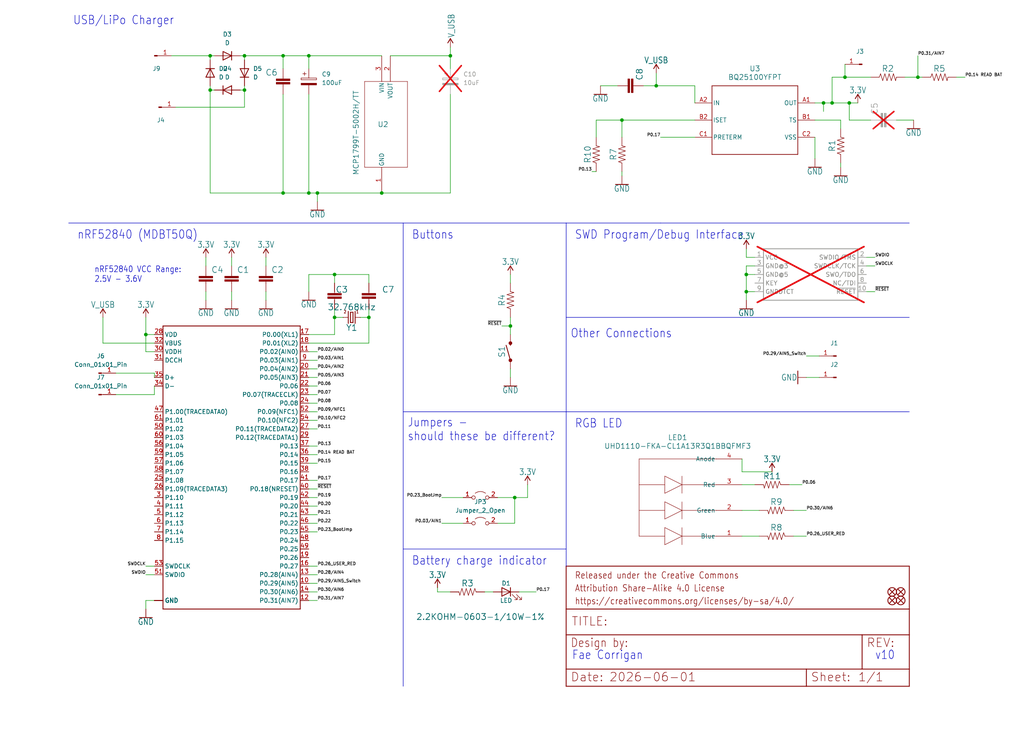
<source format=kicad_sch>
(kicad_sch (version 20230121) (generator eeschema)
  (paper "User" 303.225 223.926)
  (lib_symbols
    (symbol "2024-04-18_21-54-48:BQ25100YFPT" (pin_names (offset 0.254))
      (property "Reference" "U" (at 0 2.54 0))
      (property "Value" "BQ25100YFPT" (at 0 0 0))
      (symbol "BQ25100YFPT_0_1"
        (pin power_in line (at 17.78 5.08 180) (length 5.08) (name "OUT") (number "A1"))
        (pin power_in line (at -17.78 5.08 0) (length 5.08) (name "IN") (number "A2"))
        (pin input line (at 17.78 0 180) (length 5.08) (name "TS") (number "B1"))
        (pin input line (at -17.78 0 0) (length 5.08) (name "ISET") (number "B2"))
        (pin input line (at -17.78 -5.08 0) (length 5.08) (name "PRETERM") (number "C1"))
        (pin power_in line (at 17.78 -5.08 180) (length 5.08) (name "VSS") (number "C2"))
      )
    )
    (symbol "Connector:Conn_01x01_Pin" (pin_names (offset 1.016) hide)
      (property "Reference" "J" (at 0 2.54 0))
      (property "Value" "Conn_01x01_Pin" (at 0 -2.54 0))
      (symbol "Conn_01x01_Pin_1_1"
        (pin passive line (at 5.08 0 180) (length 3.81) (name "Pin_1") (number "1"))
      )
    )
    (symbol "Device:C_Polarized" (pin_numbers hide) (pin_names (offset 0.254))
      (property "Reference" "C" (at 0.635 2.54 0))
      (property "Value" "C_Polarized" (at 0.635 -2.54 0))
      (symbol "C_Polarized_1_1"
        (pin passive line (at 0 3.81 270) (length 2.794) (name "~") (number "1"))
        (pin passive line (at 0 -3.81 90) (length 2.794) (name "~") (number "2"))
      )
    )
    (symbol "Device:D" (pin_numbers hide) (pin_names (offset 1.016) hide)
      (property "Reference" "D" (at 0 2.54 0))
      (property "Value" "D" (at 0 -2.54 0))
      (symbol "D_1_1"
        (pin passive line (at -3.81 0 0) (length 2.54) (name "K") (number "1"))
        (pin passive line (at 3.81 0 180) (length 2.54) (name "A") (number "2"))
      )
    )
    (symbol "Device:LED" (pin_numbers hide) (pin_names (offset 1.016) hide)
      (property "Reference" "D" (at 0 2.54 0))
      (property "Value" "LED" (at 0 -2.54 0))
      (symbol "LED_1_1"
        (pin passive line (at -3.81 0 0) (length 2.54) (name "K") (number "1"))
        (pin passive line (at 3.81 0 180) (length 2.54) (name "A") (number "2"))
      )
    )
    (symbol "Jumper:Jumper_2_Open" (pin_names (offset 0) hide)
      (property "Reference" "JP" (at 0 2.794 0))
      (property "Value" "Jumper_2_Open" (at 0 -2.286 0))
      (symbol "Jumper_2_Open_1_1"
        (pin passive line (at -5.08 0 0) (length 2.54) (name "A") (number "1"))
        (pin passive line (at 5.08 0 180) (length 2.54) (name "B") (number "2"))
      )
    )
    (symbol "TouchProbeLibrary:MCP1799T-5002H_TT" (pin_names (offset 0.254))
      (property "Reference" "U" (at 20.32 10.16 0))
      (property "Value" "MCP1799T-5002H/TT" (at 20.32 7.62 0))
      (symbol "MCP1799T-5002H_TT_0_1"
        (pin power_out line (at 0 0 0) (length 7.62) (name "GND") (number "1"))
        (pin output line (at 40.64 -2.54 180) (length 7.62) (name "VOUT") (number "2"))
        (pin power_in line (at 40.64 0 180) (length 7.62) (name "VIN") (number "3"))
      )
    )
    (symbol "nrf52840-breakout-mdbt50q-eagle-import:0.1UF-0603-25V-(+80/-20%)"
      (property "Reference" "C" (at 1.524 2.921 0))
      (symbol "0.1UF-0603-25V-(+80/-20%)_1_0"
        (pin passive line (at 0 5.08 270) (length 2.54) (name "1") (number "1"))
        (pin passive line (at 0 -2.54 90) (length 2.54) (name "2") (number "2"))
      )
    )
    (symbol "nrf52840-breakout-mdbt50q-eagle-import:10KOHM-0603-1/10W-1%"
      (property "Reference" "R" (at 0 1.524 0))
      (symbol "10KOHM-0603-1/10W-1%_1_0"
        (pin passive line (at -5.08 0 0) (length 2.54) (name "1") (number "1"))
        (pin passive line (at 5.08 0 180) (length 2.54) (name "2") (number "2"))
      )
    )
    (symbol "nrf52840-breakout-mdbt50q-eagle-import:10UF-0603-6.3V-20%"
      (property "Reference" "C" (at 1.524 2.921 0))
      (symbol "10UF-0603-6.3V-20%_1_0"
        (pin passive line (at 0 5.08 270) (length 2.54) (name "1") (number "1"))
        (pin passive line (at 0 -2.54 90) (length 2.54) (name "2") (number "2"))
      )
    )
    (symbol "nrf52840-breakout-mdbt50q-eagle-import:15PF-0603-50V-5%"
      (property "Reference" "C" (at 1.524 2.921 0))
      (symbol "15PF-0603-50V-5%_1_0"
        (pin passive line (at 0 5.08 270) (length 2.54) (name "1") (number "1"))
        (pin passive line (at 0 -2.54 90) (length 2.54) (name "2") (number "2"))
      )
    )
    (symbol "nrf52840-breakout-mdbt50q-eagle-import:1KOHM-0603-1/10W-1%"
      (property "Reference" "R" (at 0 1.524 0))
      (symbol "1KOHM-0603-1/10W-1%_1_0"
        (pin passive line (at -5.08 0 0) (length 2.54) (name "1") (number "1"))
        (pin passive line (at 5.08 0 180) (length 2.54) (name "2") (number "2"))
      )
    )
    (symbol "nrf52840-breakout-mdbt50q-eagle-import:2.0KOHM-0603-1/10W-5%"
      (property "Reference" "R" (at 0 1.524 0))
      (symbol "2.0KOHM-0603-1/10W-5%_1_0"
        (pin passive line (at -5.08 0 0) (length 2.54) (name "1") (number "1"))
        (pin passive line (at 5.08 0 180) (length 2.54) (name "2") (number "2"))
      )
    )
    (symbol "nrf52840-breakout-mdbt50q-eagle-import:3.3V" (power)
      (property "Value" "3.3V" (at 0 2.794 0))
      (symbol "3.3V_1_0"
        (pin power_in line (at 0 0 90) (length 2.54) (name "3.3V") (number "1"))
      )
    )
    (symbol "nrf52840-breakout-mdbt50q-eagle-import:4.7UF-0603-6.3V-(10%)"
      (property "Reference" "C" (at 1.524 2.921 0))
      (symbol "4.7UF-0603-6.3V-(10%)_1_0"
        (pin passive line (at 0 5.08 270) (length 2.54) (name "1") (number "1"))
        (pin passive line (at 0 -2.54 90) (length 2.54) (name "2") (number "2"))
      )
    )
    (symbol "nrf52840-breakout-mdbt50q-eagle-import:CORTEX_DEBUG_PTH"
      (symbol "CORTEX_DEBUG_PTH_1_0"
        (pin bidirectional line (at -15.24 5.08 0) (length 2.54) (name "VCC") (number "1"))
        (pin bidirectional line (at 17.78 -5.08 180) (length 2.54) (name "~{RESET}") (number "10"))
        (pin bidirectional line (at 17.78 5.08 180) (length 2.54) (name "SWDIO/TMS") (number "2"))
        (pin bidirectional line (at -15.24 2.54 0) (length 2.54) (name "GND@3") (number "3"))
        (pin bidirectional line (at 17.78 2.54 180) (length 2.54) (name "SWDCLK/TCK") (number "4"))
        (pin bidirectional line (at -15.24 0 0) (length 2.54) (name "GND@5") (number "5"))
        (pin bidirectional line (at 17.78 0 180) (length 2.54) (name "SWO/TDO") (number "6"))
        (pin bidirectional line (at -15.24 -2.54 0) (length 2.54) (name "KEY") (number "7"))
        (pin bidirectional line (at 17.78 -2.54 180) (length 2.54) (name "NC/TDI") (number "8"))
        (pin bidirectional line (at -15.24 -5.08 0) (length 2.54) (name "GNDDTCT") (number "9"))
      )
    )
    (symbol "nrf52840-breakout-mdbt50q-eagle-import:CRYSTAL-32.768KHZSMD-3.2X1.5"
      (property "Reference" "Y" (at 0 2.032 0))
      (symbol "CRYSTAL-32.768KHZSMD-3.2X1.5_1_0"
        (text "1" (at -2.159 -1.143 0) (effects (font (size 0.8636 0.734)) (justify left bottom)))
        (text "2" (at 1.524 -1.143 0) (effects (font (size 0.8636 0.734)) (justify left bottom)))
        (pin passive line (at -2.54 0 0) (length 0) (name "1") (number "P$1"))
        (pin passive line (at 2.54 0 180) (length 0) (name "2") (number "P$2"))
      )
    )
    (symbol "nrf52840-breakout-mdbt50q-eagle-import:FIDUCIALUFIDUCIAL")
    (symbol "nrf52840-breakout-mdbt50q-eagle-import:FRAME-LETTER"
      (symbol "FRAME-LETTER_2_0"
        (text "${#}/${##}" (at 86.36 1.27 0) (effects (font (size 2.54 2.54)) (justify left bottom)))
        (text "${CURRENT_DATE}" (at 12.7 1.27 0) (effects (font (size 2.54 2.54)) (justify left bottom)))
        (text "${PROJECTNAME}" (at 15.494 17.78 0) (effects (font (size 2.7432 2.7432)) (justify left bottom)))
        (text "Attribution Share-Alike 4.0 License" (at 2.54 27.94 0) (effects (font (size 1.9304 1.6408)) (justify left bottom)))
        (text "Date:" (at 1.27 1.27 0) (effects (font (size 2.54 2.54)) (justify left bottom)))
        (text "Design by:" (at 1.27 11.43 0) (effects (font (size 2.54 2.159)) (justify left bottom)))
        (text "https://creativecommons.org/licenses/by-sa/4.0/" (at 2.54 24.13 0) (effects (font (size 1.9304 1.6408)) (justify left bottom)))
        (text "Released under the Creative Commons" (at 2.54 31.75 0) (effects (font (size 1.9304 1.6408)) (justify left bottom)))
        (text "REV:" (at 88.9 11.43 0) (effects (font (size 2.54 2.54)) (justify left bottom)))
        (text "Sheet:" (at 72.39 1.27 0) (effects (font (size 2.54 2.54)) (justify left bottom)))
        (text "TITLE:" (at 1.524 17.78 0) (effects (font (size 2.54 2.54)) (justify left bottom)))
      )
    )
    (symbol "nrf52840-breakout-mdbt50q-eagle-import:GND" (power)
      (property "Value" "GND" (at 0 -0.254 0))
      (symbol "GND_1_0"
        (pin power_in line (at 0 2.54 270) (length 2.54) (name "GND") (number "1"))
      )
    )
    (symbol "nrf52840-breakout-mdbt50q-eagle-import:MDBT50Q"
      (symbol "MDBT50Q_1_0"
        (pin bidirectional line (at -22.86 -43.18 0) (length 2.54) (name "GND") (number "1"))
        (pin bidirectional line (at 22.86 -38.1 180) (length 2.54) (name "P0.29(AIN5)") (number "10"))
        (pin bidirectional line (at 22.86 30.48 180) (length 2.54) (name "P0.02(AIN0)") (number "11"))
        (pin bidirectional line (at 22.86 -43.18 180) (length 2.54) (name "P0.31(AIN7)") (number "12"))
        (pin bidirectional line (at 22.86 -35.56 180) (length 2.54) (name "P0.28(AIN4)") (number "13"))
        (pin bidirectional line (at 22.86 -40.64 180) (length 2.54) (name "P0.30(AIN6)") (number "14"))
        (pin bidirectional line (at -22.86 -43.18 0) (length 2.54) (name "GND") (number "15"))
        (pin bidirectional line (at 22.86 -33.02 180) (length 2.54) (name "P0.27") (number "16"))
        (pin bidirectional line (at 22.86 35.56 180) (length 2.54) (name "P0.00(XL1)") (number "17"))
        (pin bidirectional line (at 22.86 33.02 180) (length 2.54) (name "P0.01(XL2)") (number "18"))
        (pin bidirectional line (at 22.86 -30.48 180) (length 2.54) (name "P0.26") (number "19"))
        (pin bidirectional line (at -22.86 -43.18 0) (length 2.54) (name "GND") (number "2"))
        (pin bidirectional line (at 22.86 25.4 180) (length 2.54) (name "P0.04(AIN2)") (number "20"))
        (pin bidirectional line (at 22.86 22.86 180) (length 2.54) (name "P0.05(AIN3)") (number "21"))
        (pin bidirectional line (at 22.86 20.32 180) (length 2.54) (name "P0.06") (number "22"))
        (pin bidirectional line (at 22.86 17.78 180) (length 2.54) (name "P0.07(TRACECLK)") (number "23"))
        (pin bidirectional line (at 22.86 15.24 180) (length 2.54) (name "P0.08") (number "24"))
        (pin bidirectional line (at -22.86 -7.62 0) (length 2.54) (name "P1.08") (number "25"))
        (pin bidirectional line (at -22.86 -10.16 0) (length 2.54) (name "P1.09(TRACEDATA3)") (number "26"))
        (pin bidirectional line (at 22.86 7.62 180) (length 2.54) (name "P0.11(TRACEDATA2)") (number "27"))
        (pin bidirectional line (at -22.86 35.56 0) (length 2.54) (name "VDD") (number "28"))
        (pin bidirectional line (at 22.86 5.08 180) (length 2.54) (name "P0.12(TRACEDATA1)") (number "29"))
        (pin bidirectional line (at -22.86 -12.7 0) (length 2.54) (name "P1.10") (number "3"))
        (pin bidirectional line (at -22.86 30.48 0) (length 2.54) (name "VDDH") (number "30"))
        (pin bidirectional line (at -22.86 27.94 0) (length 2.54) (name "DCCH") (number "31"))
        (pin bidirectional line (at -22.86 33.02 0) (length 2.54) (name "VBUS") (number "32"))
        (pin bidirectional line (at -22.86 -43.18 0) (length 2.54) (name "GND") (number "33"))
        (pin bidirectional line (at -22.86 20.32 0) (length 2.54) (name "D-") (number "34"))
        (pin bidirectional line (at -22.86 22.86 0) (length 2.54) (name "D+") (number "35"))
        (pin bidirectional line (at 22.86 0 180) (length 2.54) (name "P0.14") (number "36"))
        (pin bidirectional line (at 22.86 2.54 180) (length 2.54) (name "P0.13") (number "37"))
        (pin bidirectional line (at 22.86 -5.08 180) (length 2.54) (name "P0.16") (number "38"))
        (pin bidirectional line (at 22.86 -2.54 180) (length 2.54) (name "P0.15") (number "39"))
        (pin bidirectional line (at -22.86 -15.24 0) (length 2.54) (name "P1.11") (number "4"))
        (pin bidirectional line (at 22.86 -10.16 180) (length 2.54) (name "P0.18(NRESET)") (number "40"))
        (pin bidirectional line (at 22.86 -7.62 180) (length 2.54) (name "P0.17") (number "41"))
        (pin bidirectional line (at 22.86 -12.7 180) (length 2.54) (name "P0.19") (number "42"))
        (pin bidirectional line (at 22.86 -17.78 180) (length 2.54) (name "P0.21") (number "43"))
        (pin bidirectional line (at 22.86 -15.24 180) (length 2.54) (name "P0.20") (number "44"))
        (pin bidirectional line (at 22.86 -22.86 180) (length 2.54) (name "P0.23") (number "45"))
        (pin bidirectional line (at 22.86 -20.32 180) (length 2.54) (name "P0.22") (number "46"))
        (pin bidirectional line (at -22.86 12.7 0) (length 2.54) (name "P1.00(TRACEDATA0)") (number "47"))
        (pin bidirectional line (at 22.86 -25.4 180) (length 2.54) (name "P0.24") (number "48"))
        (pin bidirectional line (at 22.86 -27.94 180) (length 2.54) (name "P0.25") (number "49"))
        (pin bidirectional line (at -22.86 -17.78 0) (length 2.54) (name "P1.12") (number "5"))
        (pin bidirectional line (at -22.86 7.62 0) (length 2.54) (name "P1.02") (number "50"))
        (pin bidirectional line (at -22.86 -35.56 0) (length 2.54) (name "SWDIO") (number "51"))
        (pin bidirectional line (at 22.86 12.7 180) (length 2.54) (name "P0.09(NFC1)") (number "52"))
        (pin bidirectional line (at -22.86 -33.02 0) (length 2.54) (name "SWDCLK") (number "53"))
        (pin bidirectional line (at 22.86 10.16 180) (length 2.54) (name "P0.10(NFC2)") (number "54"))
        (pin bidirectional line (at -22.86 -43.18 0) (length 2.54) (name "GND") (number "55"))
        (pin bidirectional line (at -22.86 2.54 0) (length 2.54) (name "P1.04") (number "56"))
        (pin bidirectional line (at -22.86 -2.54 0) (length 2.54) (name "P1.06") (number "57"))
        (pin bidirectional line (at -22.86 -5.08 0) (length 2.54) (name "P1.07") (number "58"))
        (pin bidirectional line (at -22.86 0 0) (length 2.54) (name "P1.05") (number "59"))
        (pin bidirectional line (at -22.86 -20.32 0) (length 2.54) (name "P1.13") (number "6"))
        (pin bidirectional line (at -22.86 5.08 0) (length 2.54) (name "P1.03") (number "60"))
        (pin bidirectional line (at -22.86 10.16 0) (length 2.54) (name "P1.01") (number "61"))
        (pin bidirectional line (at -22.86 -22.86 0) (length 2.54) (name "P1.14") (number "7"))
        (pin bidirectional line (at -22.86 -25.4 0) (length 2.54) (name "P1.15") (number "8"))
        (pin bidirectional line (at 22.86 27.94 180) (length 2.54) (name "P0.03(AIN1)") (number "9"))
      )
    )
    (symbol "nrf52840-breakout-mdbt50q-eagle-import:MOMENTARY-SWITCH-SPST-SMD-RIGHT-ANGLE"
      (property "Reference" "S" (at 0 1.524 0))
      (symbol "MOMENTARY-SWITCH-SPST-SMD-RIGHT-ANGLE_1_0"
        (pin passive line (at -5.08 0 0) (length 2.54) (name "1") (number "1"))
        (pin passive line (at 5.08 0 180) (length 2.54) (name "2") (number "2"))
      )
    )
    (symbol "nrf52840-breakout-mdbt50q-eagle-import:V_USB" (power)
      (property "Value" "V_USB" (at 0 2.794 0))
      (symbol "V_USB_1_0"
        (pin power_in line (at 0 0 90) (length 2.54) (name "V_USB") (number "1"))
      )
    )
    (symbol "smallSMDRGBLED:UHD1110-FKA-CL1A13R3Q1BBQFMF3" (pin_names (offset 0.254))
      (property "Reference" "LED" (at 20.32 10.16 0))
      (property "Value" "UHD1110-FKA-CL1A13R3Q1BBQFMF3" (at 20.32 7.62 0))
      (symbol "UHD1110-FKA-CL1A13R3Q1BBQFMF3_0_1"
        (pin unspecified line (at 0 0 0) (length 7.62) (name "Blue") (number "1"))
        (pin unspecified line (at 0 -7.62 0) (length 7.62) (name "Green") (number "2"))
        (pin unspecified line (at 0 -15.24 0) (length 7.62) (name "Red") (number "3"))
        (pin unspecified line (at 0 -22.86 0) (length 7.62) (name "Anode") (number "4"))
      )
    )
  )
  (junction (at 152.4 147.32))
  (junction (at 109.22 93.98))
  (junction (at 220.98 81.28))
  (junction (at 271.78 22.86))
  (junction (at 83.82 57.15))
  (junction (at 151.13 96.52))
  (junction (at 72.39 16.51))
  (junction (at 194.31 25.4))
  (junction (at 246.38 30.48))
  (junction (at 184.15 35.56))
  (junction (at 243.84 30.48))
  (junction (at 91.44 16.51))
  (junction (at 62.23 26.67))
  (junction (at 43.18 99.06))
  (junction (at 113.03 57.15))
  (junction (at 133.35 16.51))
  (junction (at 220.98 86.36))
  (junction (at 62.23 16.51))
  (junction (at 99.06 93.98))
  (junction (at 93.98 57.15))
  (junction (at 91.44 57.15))
  (junction (at 83.82 16.51))
  (junction (at 251.46 30.48))
  (junction (at 250.19 22.86))
  (junction (at 72.39 26.67))
  (junction (at 99.06 81.28))
  (wire (pts (xy 91.44 132.08) (xy 93.98 132.08)) (stroke (width 0.1524)))
  (wire (pts (xy 257.81 35.56) (xy 251.46 35.56)))
  (wire (pts (xy 250.19 19.05) (xy 250.19 22.86)))
  (wire (pts (xy 248.92 35.56) (xy 248.92 38.1)))
  (wire (pts (xy 91.44 116.84) (xy 93.98 116.84)) (stroke (width 0.1524)))
  (wire (pts (xy 91.44 16.51) (xy 113.03 16.51)))
  (wire (pts (xy 71.12 16.51) (xy 72.39 16.51)))
  (polyline (pts (xy 167.64 121.92) (xy 119.38 121.92)) (stroke (width 0.1524) (type solid)))
  (wire (pts (xy 91.44 124.46) (xy 93.98 124.46)) (stroke (width 0.1524)))
  (wire (pts (xy 91.44 175.26) (xy 93.98 175.26)) (stroke (width 0.1524)))
  (wire (pts (xy 241.3 40.64) (xy 241.3 46.99)))
  (wire (pts (xy 151.13 111.76) (xy 151.13 109.22)) (stroke (width 0.1524)))
  (wire (pts (xy 83.82 20.32) (xy 83.82 16.51)))
  (wire (pts (xy 220.98 76.2) (xy 220.98 73.66)) (stroke (width 0.1524)))
  (wire (pts (xy 99.06 93.98) (xy 99.06 91.44)) (stroke (width 0.1524)))
  (wire (pts (xy 91.44 121.92) (xy 93.98 121.92)) (stroke (width 0.1524)))
  (polyline (pts (xy 167.64 167.64) (xy 167.64 162.56)) (stroke (width 0.1524) (type solid)))
  (wire (pts (xy 223.52 81.28) (xy 220.98 81.28)) (stroke (width 0.1524)))
  (wire (pts (xy 43.18 177.8) (xy 43.18 180.34)) (stroke (width 0.1524)))
  (wire (pts (xy 115.57 16.51) (xy 133.35 16.51)))
  (wire (pts (xy 220.98 78.74) (xy 220.98 81.28)) (stroke (width 0.1524)))
  (wire (pts (xy 241.3 35.56) (xy 248.92 35.56)))
  (wire (pts (xy 133.35 27.94) (xy 133.35 57.15)))
  (wire (pts (xy 129.54 173.99) (xy 129.54 175.26)))
  (wire (pts (xy 91.44 16.51) (xy 83.82 16.51)))
  (wire (pts (xy 91.44 154.94) (xy 93.98 154.94)) (stroke (width 0.1524)))
  (polyline (pts (xy 167.64 93.98) (xy 269.24 93.98)) (stroke (width 0.1524) (type solid)))
  (wire (pts (xy 45.72 116.84) (xy 34.29 116.84)))
  (wire (pts (xy 71.12 26.67) (xy 72.39 26.67)))
  (wire (pts (xy 219.71 158.75) (xy 224.79 158.75)))
  (wire (pts (xy 30.48 101.6) (xy 30.48 93.98)) (stroke (width 0.1524)))
  (wire (pts (xy 91.44 57.15) (xy 83.82 57.15)))
  (wire (pts (xy 93.98 57.15) (xy 113.03 57.15)))
  (wire (pts (xy 83.82 27.94) (xy 83.82 57.15)))
  (wire (pts (xy 45.72 99.06) (xy 43.18 99.06)) (stroke (width 0.1524)))
  (wire (pts (xy 91.44 144.78) (xy 93.98 144.78)) (stroke (width 0.1524)))
  (polyline (pts (xy 119.38 203.2) (xy 119.38 162.56)) (stroke (width 0.1524) (type solid)))
  (wire (pts (xy 194.31 21.59) (xy 194.31 25.4)))
  (wire (pts (xy 194.31 25.4) (xy 190.5 25.4)))
  (wire (pts (xy 152.4 147.32) (xy 156.21 147.32)))
  (polyline (pts (xy 195.58 66.04) (xy 269.24 66.04)) (stroke (width 0.1524) (type solid)))
  (wire (pts (xy 45.72 101.6) (xy 30.48 101.6)) (stroke (width 0.1524)))
  (wire (pts (xy 283.21 22.86) (xy 285.75 22.86)))
  (wire (pts (xy 99.06 99.06) (xy 99.06 93.98)) (stroke (width 0.1524)))
  (wire (pts (xy 246.38 22.86) (xy 246.38 30.48)))
  (wire (pts (xy 99.06 83.82) (xy 99.06 81.28)) (stroke (width 0.1524)))
  (wire (pts (xy 91.44 127) (xy 93.98 127)) (stroke (width 0.1524)))
  (wire (pts (xy 133.35 16.51) (xy 133.35 13.97)))
  (wire (pts (xy 219.71 151.13) (xy 224.79 151.13)))
  (wire (pts (xy 91.44 20.32) (xy 91.44 16.51)))
  (wire (pts (xy 83.82 16.51) (xy 72.39 16.51)))
  (wire (pts (xy 109.22 93.98) (xy 109.22 91.44)) (stroke (width 0.1524)))
  (wire (pts (xy 91.44 177.8) (xy 93.98 177.8)) (stroke (width 0.1524)))
  (wire (pts (xy 52.07 31.75) (xy 72.39 31.75)))
  (wire (pts (xy 234.95 158.75) (xy 238.76 158.75)))
  (wire (pts (xy 233.68 143.51) (xy 237.49 143.51)))
  (wire (pts (xy 147.32 147.32) (xy 152.4 147.32)))
  (wire (pts (xy 91.44 111.76) (xy 93.98 111.76)) (stroke (width 0.1524)))
  (wire (pts (xy 91.44 101.6) (xy 109.22 101.6)) (stroke (width 0.1524)))
  (wire (pts (xy 109.22 83.82) (xy 109.22 81.28)) (stroke (width 0.1524)))
  (wire (pts (xy 176.53 40.64) (xy 176.53 35.56)))
  (wire (pts (xy 62.23 57.15) (xy 83.82 57.15)))
  (wire (pts (xy 129.54 175.26) (xy 133.35 175.26)))
  (wire (pts (xy 156.21 147.32) (xy 156.21 143.51)))
  (wire (pts (xy 248.92 48.26) (xy 248.92 49.53)))
  (wire (pts (xy 109.22 101.6) (xy 109.22 93.98)) (stroke (width 0.1524)))
  (wire (pts (xy 91.44 109.22) (xy 93.98 109.22)) (stroke (width 0.1524)))
  (wire (pts (xy 113.03 57.15) (xy 133.35 57.15)))
  (wire (pts (xy 256.54 86.36) (xy 259.08 86.36)) (stroke (width 0.1524)))
  (wire (pts (xy 109.22 81.28) (xy 99.06 81.28)) (stroke (width 0.1524)))
  (wire (pts (xy 220.98 81.28) (xy 220.98 86.36)) (stroke (width 0.1524)))
  (wire (pts (xy 68.58 76.2) (xy 68.58 78.74)) (stroke (width 0.1524)))
  (wire (pts (xy 62.23 16.51) (xy 63.5 16.51)))
  (wire (pts (xy 62.23 25.4) (xy 62.23 26.67)))
  (wire (pts (xy 91.44 27.94) (xy 91.44 57.15)))
  (wire (pts (xy 182.88 25.4) (xy 177.8 25.4)))
  (wire (pts (xy 45.72 116.84) (xy 45.72 114.3)))
  (polyline (pts (xy 167.64 121.92) (xy 269.24 121.92)) (stroke (width 0.1524) (type solid)))
  (wire (pts (xy 250.19 22.86) (xy 246.38 22.86)))
  (wire (pts (xy 43.18 104.14) (xy 43.18 99.06)) (stroke (width 0.1524)))
  (wire (pts (xy 91.44 157.48) (xy 93.98 157.48)) (stroke (width 0.1524)))
  (wire (pts (xy 50.8 16.51) (xy 62.23 16.51)))
  (wire (pts (xy 45.72 110.49) (xy 45.72 111.76)))
  (wire (pts (xy 219.71 135.89) (xy 219.71 139.7)))
  (wire (pts (xy 45.72 104.14) (xy 43.18 104.14)) (stroke (width 0.1524)))
  (wire (pts (xy 91.44 167.64) (xy 93.98 167.64)))
  (wire (pts (xy 91.44 149.86) (xy 93.98 149.86)) (stroke (width 0.1524)))
  (wire (pts (xy 265.43 35.56) (xy 270.51 35.56)))
  (wire (pts (xy 91.44 119.38) (xy 93.98 119.38)) (stroke (width 0.1524)))
  (wire (pts (xy 93.98 57.15) (xy 93.98 59.69)))
  (wire (pts (xy 91.44 142.24) (xy 93.98 142.24)) (stroke (width 0.1524)))
  (wire (pts (xy 184.15 35.56) (xy 205.74 35.56)))
  (wire (pts (xy 72.39 16.51) (xy 72.39 17.78)))
  (wire (pts (xy 91.44 99.06) (xy 99.06 99.06)) (stroke (width 0.1524)))
  (wire (pts (xy 238.76 105.41) (xy 242.57 105.41)))
  (wire (pts (xy 195.58 40.64) (xy 205.74 40.64)))
  (wire (pts (xy 91.44 106.68) (xy 93.98 106.68)) (stroke (width 0.1524)))
  (wire (pts (xy 267.97 22.86) (xy 271.78 22.86)))
  (wire (pts (xy 241.3 30.48) (xy 243.84 30.48)))
  (wire (pts (xy 91.44 152.4) (xy 93.98 152.4)) (stroke (width 0.1524)))
  (wire (pts (xy 91.44 172.72) (xy 93.98 172.72)) (stroke (width 0.1524)))
  (wire (pts (xy 60.96 88.9) (xy 60.96 86.36)) (stroke (width 0.1524)))
  (wire (pts (xy 45.72 167.64) (xy 43.18 167.64)) (stroke (width 0.1524)))
  (wire (pts (xy 151.13 93.98) (xy 151.13 96.52)) (stroke (width 0.1524)))
  (wire (pts (xy 176.53 35.56) (xy 184.15 35.56)))
  (polyline (pts (xy 119.38 121.92) (xy 119.38 66.04)) (stroke (width 0.1524) (type solid)))
  (wire (pts (xy 91.44 134.62) (xy 93.98 134.62)))
  (wire (pts (xy 130.81 154.94) (xy 137.16 154.94)))
  (wire (pts (xy 184.15 35.56) (xy 184.15 40.64)))
  (polyline (pts (xy 119.38 162.56) (xy 119.38 121.92)) (stroke (width 0.1524) (type solid)))
  (wire (pts (xy 62.23 26.67) (xy 63.5 26.67)))
  (wire (pts (xy 91.44 170.18) (xy 93.98 170.18)) (stroke (width 0.1524)))
  (wire (pts (xy 99.06 81.28) (xy 91.44 81.28)) (stroke (width 0.1524)))
  (wire (pts (xy 184.15 50.8) (xy 184.15 52.07)))
  (wire (pts (xy 223.52 78.74) (xy 220.98 78.74)) (stroke (width 0.1524)))
  (wire (pts (xy 62.23 26.67) (xy 62.23 57.15)))
  (polyline (pts (xy 167.64 162.56) (xy 167.64 121.92)) (stroke (width 0.1524) (type solid)))
  (polyline (pts (xy 167.64 66.04) (xy 195.58 66.04)) (stroke (width 0.1524) (type solid)))
  (wire (pts (xy 246.38 30.48) (xy 251.46 30.48)))
  (wire (pts (xy 205.74 30.48) (xy 205.74 25.4)))
  (wire (pts (xy 91.44 114.3) (xy 93.98 114.3)) (stroke (width 0.1524)))
  (wire (pts (xy 271.78 22.86) (xy 271.78 16.51)))
  (wire (pts (xy 251.46 35.56) (xy 251.46 30.48)))
  (wire (pts (xy 153.67 175.26) (xy 158.75 175.26)))
  (wire (pts (xy 91.44 137.16) (xy 93.98 137.16)) (stroke (width 0.1524)))
  (wire (pts (xy 106.68 93.98) (xy 109.22 93.98)) (stroke (width 0.1524)))
  (wire (pts (xy 219.71 139.7) (xy 228.6 139.7)))
  (wire (pts (xy 45.72 170.18) (xy 43.18 170.18)) (stroke (width 0.1524)))
  (wire (pts (xy 257.81 22.86) (xy 250.19 22.86)))
  (wire (pts (xy 68.58 88.9) (xy 68.58 86.36)) (stroke (width 0.1524)))
  (wire (pts (xy 219.71 143.51) (xy 223.52 143.51)))
  (wire (pts (xy 60.96 76.2) (xy 60.96 78.74)) (stroke (width 0.1524)))
  (wire (pts (xy 91.44 86.36) (xy 91.44 81.28)) (stroke (width 0.1524)))
  (wire (pts (xy 91.44 147.32) (xy 93.98 147.32)) (stroke (width 0.1524)))
  (wire (pts (xy 152.4 147.32) (xy 152.4 154.94)))
  (wire (pts (xy 243.84 30.48) (xy 246.38 30.48)))
  (wire (pts (xy 143.51 175.26) (xy 146.05 175.26)) (stroke (width 0.1524)))
  (wire (pts (xy 256.54 76.2) (xy 259.08 76.2)) (stroke (width 0.1524)))
  (wire (pts (xy 151.13 96.52) (xy 151.13 99.06)) (stroke (width 0.1524)))
  (wire (pts (xy 220.98 86.36) (xy 220.98 88.9)) (stroke (width 0.1524)))
  (polyline (pts (xy 167.64 93.98) (xy 167.64 66.04)) (stroke (width 0.1524) (type solid)))
  (wire (pts (xy 256.54 78.74) (xy 259.08 78.74)) (stroke (width 0.1524)))
  (wire (pts (xy 130.81 147.32) (xy 137.16 147.32)))
  (wire (pts (xy 234.95 151.13) (xy 238.76 151.13)))
  (wire (pts (xy 43.18 99.06) (xy 43.18 93.98)) (stroke (width 0.1524)))
  (wire (pts (xy 62.23 17.78) (xy 62.23 16.51)))
  (wire (pts (xy 78.74 76.2) (xy 78.74 78.74)) (stroke (width 0.1524)))
  (wire (pts (xy 147.32 154.94) (xy 152.4 154.94)))
  (polyline (pts (xy 20.32 66.04) (xy 167.64 66.04)) (stroke (width 0.1524) (type solid)))
  (wire (pts (xy 151.13 96.52) (xy 148.59 96.52)) (stroke (width 0.1524)))
  (wire (pts (xy 205.74 25.4) (xy 194.31 25.4)))
  (wire (pts (xy 151.13 83.82) (xy 151.13 81.28)) (stroke (width 0.1524)))
  (wire (pts (xy 78.74 88.9) (xy 78.74 86.36)) (stroke (width 0.1524)))
  (wire (pts (xy 223.52 76.2) (xy 220.98 76.2)) (stroke (width 0.1524)))
  (wire (pts (xy 72.39 26.67) (xy 72.39 31.75)))
  (wire (pts (xy 34.29 110.49) (xy 45.72 110.49)))
  (wire (pts (xy 175.26 50.8) (xy 176.53 50.8)))
  (wire (pts (xy 72.39 26.67) (xy 72.39 25.4)))
  (polyline (pts (xy 167.64 121.92) (xy 167.64 93.98)) (stroke (width 0.1524) (type solid)))
  (wire (pts (xy 223.52 86.36) (xy 220.98 86.36)) (stroke (width 0.1524)))
  (wire (pts (xy 271.78 22.86) (xy 273.05 22.86)))
  (wire (pts (xy 91.44 57.15) (xy 93.98 57.15)))
  (wire (pts (xy 251.46 30.48) (xy 254 30.48)))
  (wire (pts (xy 91.44 104.14) (xy 93.98 104.14)) (stroke (width 0.1524)))
  (wire (pts (xy 238.76 111.76) (xy 242.57 111.76)))
  (wire (pts (xy 45.72 177.8) (xy 43.18 177.8)) (stroke (width 0.1524)))
  (wire (pts (xy 101.6 93.98) (xy 99.06 93.98)) (stroke (width 0.1524)))
  (wire (pts (xy 133.35 16.51) (xy 133.35 20.32)))
  (polyline (pts (xy 167.64 162.56) (xy 119.38 162.56)) (stroke (width 0.1524) (type solid)))
  (wire (pts (xy 243.84 33.02) (xy 243.84 30.48)))
  (text "Fae Corrigan" (at 190.5 195.58 0) (effects (font (size 2.54 2.159)) (justify right bottom)))
  (text "nRF52840 VCC Range:\n2.5V - 3.6V" (at 27.94 83.82 0) (effects (font (size 1.778 1.5113)) (justify left bottom)))
  (text "SWD Program/Debug Interface" (at 170.18 71.12 0) (effects (font (size 2.54 2.159)) (justify left bottom)))
  (text "RGB LED" (at 170.18 127 0) (effects (font (size 2.54 2.159)) (justify left bottom)))
  (text "USB/LiPo Charger" (at 21.59 7.62 0) (effects (font (size 2.54 2.159)) (justify left bottom)))
  (text "Battery charge indicator" (at 121.92 167.64 0) (effects (font (size 2.54 2.159)) (justify left bottom)))
  (text "v10" (at 259.08 195.58 0) (effects (font (size 2.54 2.159)) (justify left bottom)))
  (text "nRF52840 (MDBT50Q)" (at 22.86 71.12 0) (effects (font (size 2.54 2.159)) (justify left bottom)))
  (text "Buttons" (at 121.92 71.12 0) (effects (font (size 2.54 2.159)) (justify left bottom)))
  (text "Jumpers - \nshould these be different?\n" (at 120.65 130.81 0) (effects (font (size 2.54 2.159)) (justify left bottom)))
  (text "Other Connections" (at 168.91 100.33 0) (effects (font (size 2.54 2.159)) (justify left bottom)))
  (label "~{RESET}" (at 93.98 144.78 0) (effects (font (size 0.889 0.889))))
  (label "P0.11" (at 93.98 127 0) (effects (font (size 0.889 0.889))))
  (label "SWDIO" (at 43.18 170.18 180) (effects (font (size 0.889 0.889))))
  (label "P0.31/AIN7" (at 93.98 177.8 0) (effects (font (size 0.889 0.889))))
  (label "P0.30/AIN6" (at 238.76 151.13 0) (effects (font (size 0.889 0.889))))
  (label "SWDIO" (at 259.08 76.2 0) (effects (font (size 0.889 0.889))))
  (label "~{RESET}" (at 148.59 96.52 180) (effects (font (size 0.889 0.889))))
  (label "P0.09/NFC1" (at 93.98 121.92 0) (effects (font (size 0.889 0.889))))
  (label "P0.17" (at 195.58 40.64 180) (effects (font (size 0.889 0.889))))
  (label "P0.05/AIN3" (at 93.98 111.76 0) (effects (font (size 0.889 0.889))))
  (label "P0.30/AIN6" (at 93.98 175.26 0) (effects (font (size 0.889 0.889))))
  (label "P0.03/AIN1" (at 130.81 154.94 180) (effects (font (size 0.889 0.889))))
  (label "P0.14 READ BAT" (at 93.98 134.62 0) (effects (font (size 0.889 0.889))))
  (label "P0.13" (at 175.26 50.8 180) (effects (font (size 0.889 0.889))))
  (label "P0.17" (at 93.98 142.24 0) (effects (font (size 0.889 0.889))))
  (label "P0.04/AIN2" (at 93.98 109.22 0) (effects (font (size 0.889 0.889))))
  (label "P0.29{slash}AIN5_Switch" (at 238.76 105.41 180) (effects (font (size 0.889 0.889))))
  (label "P0.20" (at 93.98 149.86 0) (effects (font (size 0.889 0.889))))
  (label "P0.06" (at 93.98 114.3 0) (effects (font (size 0.889 0.889))))
  (label "P0.15" (at 93.98 137.16 0) (effects (font (size 0.889 0.889))))
  (label "P0.07" (at 93.98 116.84 0) (effects (font (size 0.889 0.889))))
  (label "P0.23_BootJmp" (at 130.81 147.32 180) (effects (font (size 0.889 0.889))))
  (label "P0.06" (at 237.49 143.51 0) (effects (font (size 0.889 0.889))))
  (label "P0.14 READ BAT" (at 285.75 22.86 0) (effects (font (size 0.889 0.889))))
  (label "P0.26_USER_RED" (at 238.76 158.75 0) (effects (font (size 0.889 0.889))))
  (label "P0.29{slash}AIN5_Switch" (at 93.98 172.72 0) (effects (font (size 0.889 0.889))))
  (label "P0.22" (at 93.98 154.94 0) (effects (font (size 0.889 0.889))))
  (label "P0.02/AIN0" (at 93.98 104.14 0) (effects (font (size 0.889 0.889))))
  (label "P0.08" (at 93.98 119.38 0) (effects (font (size 0.889 0.889))))
  (label "SWDCLK" (at 259.08 78.74 0) (effects (font (size 0.889 0.889))))
  (label "P0.10/NFC2" (at 93.98 124.46 0) (effects (font (size 0.889 0.889))))
  (label "~{RESET}" (at 259.08 86.36 0) (effects (font (size 0.889 0.889))))
  (label "P0.26_USER_RED" (at 93.98 167.64 0) (effects (font (size 0.889 0.889))))
  (label "P0.31/AIN7" (at 271.78 16.51 0) (effects (font (size 0.889 0.889))))
  (label "SWDCLK" (at 43.18 167.64 180) (effects (font (size 0.889 0.889))))
  (label "P0.21" (at 93.98 152.4 0) (effects (font (size 0.889 0.889))))
  (label "P0.28/AIN4" (at 93.98 170.18 0) (effects (font (size 0.889 0.889))))
  (label "P0.13" (at 93.98 132.08 0) (effects (font (size 0.889 0.889))))
  (label "P0.03/AIN1" (at 93.98 106.68 0) (effects (font (size 0.889 0.889))))
  (label "P0.23_BootJmp" (at 93.98 157.48 0) (effects (font (size 0.889 0.889))))
  (label "P0.19" (at 93.98 147.32 0) (effects (font (size 0.889 0.889))))
  (label "P0.17" (at 158.75 175.26 0) (effects (font (size 0.889 0.889))))
  (symbol (lib_id "nrf52840-breakout-mdbt50q-eagle-import:V_USB") (at 133.35 13.97 0) (unit 1)
    (property "Reference" "#SUPPLY08" (effects hide))
    (property "Value" "V_USB" (at 134.62 7.62 90) (effects (font (size 1.778 1.5113)) (justify bottom)))
  )
  (symbol (lib_id "Device:C_Polarized") (at 133.35 24.13 0) (unit 1) (in_bom no) (on_board no) (dnp yes)
    (property "Reference" "C10" (at 137.16 21.971 0) (effects (justify left)))
    (property "Value" "10uF" (at 137.16 24.511 0) (effects (justify left)))
    (property "Footprint" "Capacitor_SMD:C_0603_1608Metric" (effects hide))
  )
  (symbol (lib_id "Device:C_Polarized") (at 91.44 24.13 0) (unit 1)
    (property "Reference" "C9" (at 95.25 21.971 0) (effects (justify left)))
    (property "Value" "100uF" (at 95.25 24.511 0) (effects (justify left)))
    (property "Footprint" "Capacitor_SMD:C_0402_1005Metric" (effects hide))
  )
  (symbol (lib_id "nrf52840-breakout-mdbt50q-eagle-import:1KOHM-0603-1/10W-1%") (at 228.6 143.51 0) (mirror y) (unit 1)
    (property "Reference" "R11" (at 228.6 141.986 0) (effects (font (size 1.778 1.778)) (justify bottom)))
    (property "Value" "2.2KOHM-0603-1/10W-1%" (effects hide))
    (property "Footprint" "Resistor_SMD:R_01005_0402Metric" (effects hide))
  )
  (symbol (lib_id "nrf52840-breakout-mdbt50q-eagle-import:GND") (at 91.44 88.9 0) (unit 1)
    (property "Reference" "#GND07" (effects hide))
    (property "Value" "GND" (at 91.44 89.154 0) (effects (font (size 1.778 1.5113)) (justify top)))
  )
  (symbol (lib_id "nrf52840-breakout-mdbt50q-eagle-import:15PF-0603-50V-5%") (at 99.06 88.9 0) (unit 1)
    (property "Reference" "C3" (at 99.314 86.741 0) (effects (font (size 1.778 1.778)) (justify left bottom)))
    (property "Value" "15PF-0603-50V-5%" (effects hide))
    (property "Footprint" "Capacitor_SMD:C_01005_0402Metric" (effects hide))
  )
  (symbol (lib_id "Device:D") (at 67.31 26.67 0) (unit 1)
    (property "Reference" "D4" (at 67.31 20.32 0))
    (property "Value" "D" (at 67.31 22.86 0))
    (property "Footprint" "Diode_SMD:D_0201_0603Metric" (effects hide))
    (property "Sim.Device" "D" (effects hide))
    (property "Sim.Pins" "1=K 2=A" (effects hide))
  )
  (symbol (lib_id "nrf52840-breakout-mdbt50q-eagle-import:10UF-0603-6.3V-20%") (at 68.58 83.82 0) (unit 1)
    (property "Reference" "C1" (at 70.104 80.899 0) (effects (font (size 1.778 1.778)) (justify left bottom)))
    (property "Value" "10UF-0603-6.3V-20%" (effects hide))
    (property "Footprint" "Capacitor_SMD:C_0201_0603Metric" (effects hide))
  )
  (symbol (lib_id "Device:D") (at 62.23 21.59 270) (unit 1)
    (property "Reference" "D2" (at 64.77 20.32 90) (effects (justify left)))
    (property "Value" "D" (at 64.77 22.86 90) (effects (justify left)))
    (property "Footprint" "Diode_SMD:D_0201_0603Metric" (effects hide))
    (property "Sim.Device" "D" (effects hide))
    (property "Sim.Pins" "1=K 2=A" (effects hide))
  )
  (symbol (lib_id "nrf52840-breakout-mdbt50q-eagle-import:FRAME-LETTER") (at 167.64 203.2 0) (unit 2)
    (property "Reference" "FRAME1" (effects hide))
    (property "Value" "FRAME-LETTER" (effects hide))
    (property "Footprint" "nrf52840-breakout-mdbt50q:CREATIVE_COMMONS" (effects hide))
  )
  (symbol (lib_id "Device:LED") (at 149.86 175.26 0) (mirror y) (unit 1)
    (property "Reference" "D1" (at 149.86 172.72 0))
    (property "Value" "LED" (at 149.86 177.8 0))
    (property "Footprint" "LED_SMD:LED_0201_0603Metric" (effects hide))
  )
  (symbol (lib_id "nrf52840-breakout-mdbt50q-eagle-import:GND") (at 220.98 91.44 0) (unit 1)
    (property "Reference" "#GND022" (effects hide))
    (property "Value" "GND" (at 220.98 91.694 0) (effects (font (size 1.778 1.5113)) (justify top)))
  )
  (symbol (lib_id "Connector:Conn_01x01_Pin") (at 29.21 110.49 0) (unit 1)
    (property "Reference" "J6" (at 29.845 105.41 0))
    (property "Value" "Conn_01x01_Pin" (at 29.845 107.95 0))
    (property "Footprint" "TouchProbeLibrary2:smdTouchPointMasked" (effects hide))
  )
  (symbol (lib_id "nrf52840-breakout-mdbt50q-eagle-import:GND") (at 60.96 91.44 0) (unit 1)
    (property "Reference" "#GND09" (effects hide))
    (property "Value" "GND" (at 60.96 91.694 0) (effects (font (size 1.778 1.5113)) (justify top)))
  )
  (symbol (lib_id "Jumper:Jumper_2_Open") (at 142.24 147.32 0) (unit 1) (in_bom no)
    (property "Reference" "JP2" (effects hide))
    (property "Value" "Jumper_2_Open" (effects hide))
    (property "Footprint" "Resistor_SMD:R_0402_1005Metric" (effects hide))
  )
  (symbol (lib_id "nrf52840-breakout-mdbt50q-eagle-import:CORTEX_DEBUG_PTH") (at 238.76 81.28 0) (unit 1) (in_bom no) (dnp yes)
    (property "Reference" "J8" (effects hide))
    (property "Value" "CORTEX_DEBUG_PTH" (effects hide))
    (property "Footprint" "nrf52840-breakout-mdbt50q:2X5-PTH-1.27MM" (effects hide))
  )
  (symbol (lib_id "nrf52840-breakout-mdbt50q-eagle-import:GND") (at 236.22 111.76 270) (mirror x) (unit 1)
    (property "Reference" "#GND05" (effects hide))
    (property "Value" "GND" (at 233.68 111.76 90) (effects (font (size 1.778 1.5113))))
  )
  (symbol (lib_id "nrf52840-breakout-mdbt50q-eagle-import:3.3V") (at 254 30.48 0) (unit 1)
    (property "Reference" "#SUPPLY07" (effects hide))
    (property "Value" "3.3V" (at 254 27.686 0) (effects (font (size 1.778 1.5113)) (justify bottom)))
  )
  (symbol (lib_id "nrf52840-breakout-mdbt50q-eagle-import:1KOHM-0603-1/10W-1%") (at 138.43 175.26 0) (mirror y) (unit 1)
    (property "Reference" "R3" (at 138.43 173.736 0) (effects (font (size 1.778 1.778)) (justify bottom)))
    (property "Value" "2.2KOHM-0603-1/10W-1%" (at 142.24 181.61 0) (effects (font (size 1.778 1.778)) (justify top)))
    (property "Footprint" "Resistor_SMD:R_01005_0402Metric" (effects hide))
  )
  (symbol (lib_id "Connector:Conn_01x01_Pin") (at 247.65 111.76 180) (unit 1)
    (property "Reference" "J2" (at 247.015 107.95 0))
    (property "Value" "Conn_01x01_Pin" (effects hide))
    (property "Footprint" "TouchProbeLibrary2:smdThroughHoleSmall" (effects hide))
  )
  (symbol (lib_id "nrf52840-breakout-mdbt50q-eagle-import:2.0KOHM-0603-1/10W-5%") (at 248.92 43.18 90) (unit 1)
    (property "Reference" "R1" (at 247.396 43.18 0) (effects (font (size 1.778 1.778)) (justify bottom)))
    (property "Value" "10kOhm" (effects hide))
    (property "Footprint" "Resistor_SMD:R_0201_0603Metric" (effects hide))
  )
  (symbol (lib_id "nrf52840-breakout-mdbt50q-eagle-import:FIDUCIALUFIDUCIAL") (at 264.16 175.26 0) (unit 1)
    (property "Reference" "FD4" (effects hide))
    (property "Value" "FIDUCIALUFIDUCIAL" (effects hide))
    (property "Footprint" "nrf52840-breakout-mdbt50q:FIDUCIAL-MICRO" (effects hide))
  )
  (symbol (lib_id "nrf52840-breakout-mdbt50q-eagle-import:GND") (at 270.51 38.1 0) (mirror y) (unit 1)
    (property "Reference" "#GND06" (effects hide))
    (property "Value" "GND" (at 270.51 38.354 0) (effects (font (size 1.778 1.5113)) (justify top)))
  )
  (symbol (lib_id "nrf52840-breakout-mdbt50q-eagle-import:2.0KOHM-0603-1/10W-5%") (at 278.13 22.86 0) (unit 1)
    (property "Reference" "R5" (at 278.13 21.336 0) (effects (font (size 1.778 1.778)) (justify bottom)))
    (property "Value" "510k" (effects hide))
    (property "Footprint" "Resistor_SMD:R_0201_0603Metric" (effects hide))
  )
  (symbol (lib_id "nrf52840-breakout-mdbt50q-eagle-import:4.7UF-0603-6.3V-(10%)") (at 262.89 35.56 90) (unit 1) (on_board no) (dnp yes)
    (property "Reference" "C5" (at 259.969 34.036 0) (effects (font (size 1.778 1.778)) (justify left bottom)))
    (property "Value" "2.2uF" (effects hide))
    (property "Footprint" "Capacitor_SMD:C_0201_0603Metric" (effects hide))
  )
  (symbol (lib_id "nrf52840-breakout-mdbt50q-eagle-import:3.3V") (at 228.6 139.7 0) (unit 1)
    (property "Reference" "#SUPPLY05" (effects hide))
    (property "Value" "3.3V" (at 228.6 136.906 0) (effects (font (size 1.778 1.5113)) (justify bottom)))
  )
  (symbol (lib_id "nrf52840-breakout-mdbt50q-eagle-import:1KOHM-0603-1/10W-1%") (at 229.87 158.75 0) (mirror y) (unit 1)
    (property "Reference" "R8" (at 229.87 157.226 0) (effects (font (size 1.778 1.778)) (justify bottom)))
    (property "Value" "2.2KOHM-0603-1/10W-1%" (effects hide))
    (property "Footprint" "Resistor_SMD:R_01005_0402Metric" (effects hide))
  )
  (symbol (lib_id "2024-04-18_21-54-48:BQ25100YFPT") (at 223.52 35.56 0) (unit 1)
    (property "Reference" "U3" (at 223.52 20.32 0) (effects (font (size 1.524 1.524))))
    (property "Value" "BQ25100YFPT" (at 223.52 22.86 0) (effects (font (size 1.524 1.524))))
    (property "Footprint" "footprints:YFP0006AFAV" (effects hide))
    (property "Datasheet" "BQ25100YFPT" (effects hide))
  )
  (symbol (lib_id "nrf52840-breakout-mdbt50q-eagle-import:GND") (at 43.18 182.88 0) (unit 1)
    (property "Reference" "#GND04" (effects hide))
    (property "Value" "GND" (at 43.18 183.134 0) (effects (font (size 1.778 1.5113)) (justify top)))
  )
  (symbol (lib_id "nrf52840-breakout-mdbt50q-eagle-import:3.3V") (at 78.74 76.2 0) (unit 1)
    (property "Reference" "#SUPPLY02" (effects hide))
    (property "Value" "3.3V" (at 78.74 73.406 0) (effects (font (size 1.778 1.5113)) (justify bottom)))
  )
  (symbol (lib_id "nrf52840-breakout-mdbt50q-eagle-import:MDBT50Q") (at 68.58 134.62 0) (unit 1)
    (property "Reference" "U1" (effects hide))
    (property "Value" "MDBT50Q" (effects hide))
    (property "Footprint" "nrf52840-breakout-mdbt50q:MDBT50Q" (effects hide))
  )
  (symbol (lib_id "nrf52840-breakout-mdbt50q-eagle-import:GND") (at 93.98 62.23 0) (mirror y) (unit 1)
    (property "Reference" "#GND08" (effects hide))
    (property "Value" "GND" (at 93.98 62.484 0) (effects (font (size 1.778 1.5113)) (justify top)))
  )
  (symbol (lib_id "Jumper:Jumper_2_Open") (at 142.24 154.94 0) (unit 1) (in_bom no)
    (property "Reference" "JP3" (at 142.24 148.59 0))
    (property "Value" "Jumper_2_Open" (at 142.24 151.13 0))
    (property "Footprint" "Resistor_SMD:R_0201_0603Metric" (effects hide))
  )
  (symbol (lib_id "nrf52840-breakout-mdbt50q-eagle-import:GND") (at 78.74 91.44 0) (unit 1)
    (property "Reference" "#GND02" (effects hide))
    (property "Value" "GND" (at 78.74 91.694 0) (effects (font (size 1.778 1.5113)) (justify top)))
  )
  (symbol (lib_id "nrf52840-breakout-mdbt50q-eagle-import:3.3V") (at 68.58 76.2 0) (unit 1)
    (property "Reference" "#SUPPLY012" (effects hide))
    (property "Value" "3.3V" (at 68.58 73.406 0) (effects (font (size 1.778 1.5113)) (justify bottom)))
  )
  (symbol (lib_id "nrf52840-breakout-mdbt50q-eagle-import:2.0KOHM-0603-1/10W-5%") (at 176.53 45.72 90) (unit 1)
    (property "Reference" "R10" (at 175.006 45.72 0) (effects (font (size 1.778 1.778)) (justify bottom)))
    (property "Value" "2.7Kohm" (effects hide))
    (property "Footprint" "Resistor_SMD:R_0201_0603Metric" (effects hide))
  )
  (symbol (lib_id "nrf52840-breakout-mdbt50q-eagle-import:FIDUCIALUFIDUCIAL") (at 266.7 175.26 0) (unit 1)
    (property "Reference" "FD1" (effects hide))
    (property "Value" "FIDUCIALUFIDUCIAL" (effects hide))
    (property "Footprint" "nrf52840-breakout-mdbt50q:FIDUCIAL-MICRO" (effects hide))
  )
  (symbol (lib_id "Connector:Conn_01x01_Pin") (at 45.72 16.51 0) (unit 1)
    (property "Reference" "J9" (at 46.355 20.32 0))
    (property "Value" "Conn_01x01_Pin" (effects hide))
    (property "Footprint" "TouchProbeLibrary2:smdThroughHoleSmall" (effects hide))
  )
  (symbol (lib_id "nrf52840-breakout-mdbt50q-eagle-import:3.3V") (at 156.21 143.51 0) (unit 1)
    (property "Reference" "#SUPPLY09" (effects hide))
    (property "Value" "3.3V" (at 156.21 140.716 0) (effects (font (size 1.778 1.5113)) (justify bottom)))
  )
  (symbol (lib_id "Connector:Conn_01x01_Pin") (at 29.21 116.84 0) (unit 1)
    (property "Reference" "J7" (at 29.845 111.76 0))
    (property "Value" "Conn_01x01_Pin" (at 29.845 114.3 0))
    (property "Footprint" "TouchProbeLibrary2:smdTouchPointMasked" (effects hide))
  )
  (symbol (lib_id "nrf52840-breakout-mdbt50q-eagle-import:GND") (at 184.15 54.61 0) (mirror y) (unit 1)
    (property "Reference" "#GND010" (effects hide))
    (property "Value" "GND" (at 184.15 54.864 0) (effects (font (size 1.778 1.5113)) (justify top)))
  )
  (symbol (lib_id "TouchProbeLibrary:MCP1799T-5002H_TT") (at 113.03 57.15 90) (unit 1)
    (property "Reference" "U2" (at 111.76 36.83 90) (effects (font (size 1.524 1.524)) (justify right)))
    (property "Value" "MCP1799T-5002H/TT" (at 105.41 26.67 0) (effects (font (size 1.524 1.524)) (justify right)))
    (property "Footprint" "TouchProbeLibrary2:SOT-23_TT_MCH" (effects hide))
    (property "Datasheet" "https://www.digikey.com/en/products/detail/microchip-technology/MCP1799T-5002H-TT/10492004" (effects hide))
  )
  (symbol (lib_id "nrf52840-breakout-mdbt50q-eagle-import:GND") (at 241.3 49.53 0) (mirror y) (unit 1)
    (property "Reference" "#GND013" (effects hide))
    (property "Value" "GND" (at 241.3 49.784 0) (effects (font (size 1.778 1.5113)) (justify top)))
  )
  (symbol (lib_id "nrf52840-breakout-mdbt50q-eagle-import:15PF-0603-50V-5%") (at 109.22 88.9 0) (unit 1)
    (property "Reference" "C7" (at 113.03 85.725 0) (effects (font (size 1.778 1.778)) (justify left)))
    (property "Value" "15PF-0603-50V-5%" (effects hide))
    (property "Footprint" "Capacitor_SMD:C_01005_0402Metric" (effects hide))
  )
  (symbol (lib_id "nrf52840-breakout-mdbt50q-eagle-import:2.0KOHM-0603-1/10W-5%") (at 184.15 45.72 90) (unit 1)
    (property "Reference" "R7" (at 182.626 45.72 0) (effects (font (size 1.778 1.778)) (justify bottom)))
    (property "Value" "2.7Kohm" (effects hide))
    (property "Footprint" "Resistor_SMD:R_0201_0603Metric" (effects hide))
  )
  (symbol (lib_id "nrf52840-breakout-mdbt50q-eagle-import:0.1UF-0603-25V-(+80/-20%)") (at 78.74 83.82 0) (unit 1)
    (property "Reference" "C2" (at 80.264 80.899 0) (effects (font (size 1.778 1.778)) (justify left bottom)))
    (property "Value" "0.1UF-0603-25V-(+80/-20%)" (effects hide))
    (property "Footprint" "Capacitor_SMD:C_0201_0603Metric" (effects hide))
  )
  (symbol (lib_id "nrf52840-breakout-mdbt50q-eagle-import:3.3V") (at 129.54 173.99 0) (unit 1)
    (property "Reference" "#SUPPLY06" (effects hide))
    (property "Value" "3.3V" (at 129.54 171.196 0) (effects (font (size 1.778 1.5113)) (justify bottom)))
  )
  (symbol (lib_id "smallSMDRGBLED:UHD1110-FKA-CL1A13R3Q1BBQFMF3") (at 219.71 158.75 180) (unit 1)
    (property "Reference" "LED1" (at 200.66 129.54 0) (effects (font (size 1.524 1.524))))
    (property "Value" "UHD1110-FKA-CL1A13R3Q1BBQFMF3" (at 200.66 132.08 0) (effects (font (size 1.524 1.524))))
    (property "Footprint" "TouchProbeLibrary2:SON_BBQFMF3_WFS" (effects hide))
    (property "Datasheet" "UHD1110-FKA-CL1A13R3Q1BBQFMF3" (effects hide))
  )
  (symbol (lib_id "nrf52840-breakout-mdbt50q-eagle-import:2.0KOHM-0603-1/10W-5%") (at 262.89 22.86 0) (unit 1)
    (property "Reference" "R2" (at 262.89 21.336 0) (effects (font (size 1.778 1.778)) (justify bottom)))
    (property "Value" "1MOhm" (effects hide))
    (property "Footprint" "Resistor_SMD:R_0201_0603Metric" (effects hide))
  )
  (symbol (lib_id "nrf52840-breakout-mdbt50q-eagle-import:V_USB") (at 194.31 21.59 0) (unit 1)
    (property "Reference" "#SUPPLY013" (effects hide))
    (property "Value" "V_USB" (at 194.31 18.796 0) (effects (font (size 1.778 1.5113)) (justify bottom)))
  )
  (symbol (lib_id "nrf52840-breakout-mdbt50q-eagle-import:GND") (at 177.8 27.94 0) (unit 1)
    (property "Reference" "#GND011" (effects hide))
    (property "Value" "GND" (at 177.8 28.194 0) (effects (font (size 1.778 1.5113)) (justify top)))
  )
  (symbol (lib_id "nrf52840-breakout-mdbt50q-eagle-import:FIDUCIALUFIDUCIAL") (at 264.16 177.8 0) (unit 1)
    (property "Reference" "FD3" (effects hide))
    (property "Value" "FIDUCIALUFIDUCIAL" (effects hide))
    (property "Footprint" "nrf52840-breakout-mdbt50q:FIDUCIAL-MICRO" (effects hide))
  )
  (symbol (lib_id "nrf52840-breakout-mdbt50q-eagle-import:3.3V") (at 43.18 93.98 0) (unit 1)
    (property "Reference" "#SUPPLY03" (effects hide))
    (property "Value" "3.3V" (at 43.18 91.186 0) (effects (font (size 1.778 1.5113)) (justify bottom)))
  )
  (symbol (lib_id "Device:D") (at 72.39 21.59 90) (unit 1)
    (property "Reference" "D5" (at 74.93 20.32 90) (effects (justify right)))
    (property "Value" "D" (at 74.93 22.86 90) (effects (justify right)))
    (property "Footprint" "Diode_SMD:D_0201_0603Metric" (effects hide))
    (property "Sim.Device" "D" (effects hide))
    (property "Sim.Pins" "1=K 2=A" (effects hide))
  )
  (symbol (lib_id "Connector:Conn_01x01_Pin") (at 255.27 19.05 180) (unit 1)
    (property "Reference" "J3" (at 254.635 15.24 0))
    (property "Value" "Conn_01x01_Pin" (effects hide))
    (property "Footprint" "TouchProbeLibrary2:smdThroughHoleSmall" (effects hide))
  )
  (symbol (lib_id "Device:D") (at 67.31 16.51 180) (unit 1)
    (property "Reference" "D3" (at 67.31 10.16 0))
    (property "Value" "D" (at 67.31 12.7 0))
    (property "Footprint" "Diode_SMD:D_0201_0603Metric" (effects hide))
    (property "Sim.Device" "D" (effects hide))
    (property "Sim.Pins" "1=K 2=A" (effects hide))
  )
  (symbol (lib_id "nrf52840-breakout-mdbt50q-eagle-import:10UF-0603-6.3V-20%") (at 60.96 83.82 0) (unit 1)
    (property "Reference" "C4" (at 62.484 80.899 0) (effects (font (size 1.778 1.778)) (justify left bottom)))
    (property "Value" "10UF-0603-6.3V-20%" (effects hide))
    (property "Footprint" "Capacitor_SMD:C_0201_0603Metric" (effects hide))
  )
  (symbol (lib_id "nrf52840-breakout-mdbt50q-eagle-import:FIDUCIALUFIDUCIAL") (at 266.7 177.8 0) (unit 1)
    (property "Reference" "FD2" (effects hide))
    (property "Value" "FIDUCIALUFIDUCIAL" (effects hide))
    (property "Footprint" "nrf52840-breakout-mdbt50q:FIDUCIAL-MICRO" (effects hide))
  )
  (symbol (lib_id "Connector:Conn_01x01_Pin") (at 247.65 105.41 180) (unit 1)
    (property "Reference" "J1" (at 247.015 101.6 0))
    (property "Value" "B1" (effects hide))
    (property "Footprint" "TouchProbeLibrary2:smdThroughHoleSmall" (effects hide))
  )
  (symbol (lib_id "nrf52840-breakout-mdbt50q-eagle-import:3.3V") (at 60.96 76.2 0) (unit 1)
    (property "Reference" "#SUPPLY017" (effects hide))
    (property "Value" "3.3V" (at 60.96 73.406 0) (effects (font (size 1.778 1.5113)) (justify bottom)))
  )
  (symbol (lib_id "nrf52840-breakout-mdbt50q-eagle-import:10KOHM-0603-1/10W-1%") (at 151.13 88.9 90) (unit 1)
    (property "Reference" "R4" (at 149.606 88.9 0) (effects (font (size 1.778 1.778)) (justify bottom)))
    (property "Value" "10KOHM-0603-1/10W-1%" (effects hide))
    (property "Footprint" "Resistor_SMD:R_01005_0402Metric" (effects hide))
  )
  (symbol (lib_id "nrf52840-breakout-mdbt50q-eagle-import:3.3V") (at 151.13 81.28 0) (unit 1)
    (property "Reference" "#SUPPLY011" (effects hide))
    (property "Value" "3.3V" (at 151.13 78.486 0) (effects (font (size 1.778 1.5113)) (justify bottom)))
  )
  (symbol (lib_id "nrf52840-breakout-mdbt50q-eagle-import:4.7UF-0603-6.3V-(10%)") (at 83.82 25.4 0) (mirror y) (unit 1)
    (property "Reference" "C6" (at 82.296 22.479 0) (effects (font (size 1.778 1.778)) (justify left bottom)))
    (property "Value" "10nF" (effects hide))
    (property "Footprint" "Capacitor_SMD:C_0402_1005Metric" (effects hide))
  )
  (symbol (lib_id "nrf52840-breakout-mdbt50q-eagle-import:GND") (at 68.58 91.44 0) (unit 1)
    (property "Reference" "#GND01" (effects hide))
    (property "Value" "GND" (at 68.58 91.694 0) (effects (font (size 1.778 1.5113)) (justify top)))
  )
  (symbol (lib_id "Connector:Conn_01x01_Pin") (at 46.99 31.75 0) (unit 1)
    (property "Reference" "J4" (at 47.625 35.56 0))
    (property "Value" "Conn_01x01_Pin" (effects hide))
    (property "Footprint" "TouchProbeLibrary2:smdThroughHoleSmall" (effects hide))
  )
  (symbol (lib_id "nrf52840-breakout-mdbt50q-eagle-import:V_USB") (at 30.48 93.98 0) (unit 1)
    (property "Reference" "#SUPPLY01" (effects hide))
    (property "Value" "V_USB" (at 30.48 91.186 0) (effects (font (size 1.778 1.5113)) (justify bottom)))
  )
  (symbol (lib_id "nrf52840-breakout-mdbt50q-eagle-import:CRYSTAL-32.768KHZSMD-3.2X1.5") (at 104.14 93.98 180) (unit 1)
    (property "Reference" "Y1" (at 104.14 96.012 0) (effects (font (size 1.778 1.778)) (justify bottom)))
    (property "Value" "32.768kHz" (at 104.14 91.948 0) (effects (font (size 1.778 1.778)) (justify top)))
    (property "Footprint" "nrf52840-breakout-mdbt50q:CRYSTAL-SMD-3.2X1.5MM" (effects hide))
  )
  (symbol (lib_id "nrf52840-breakout-mdbt50q-eagle-import:GND") (at 151.13 114.3 0) (unit 1)
    (property "Reference" "#GND014" (effects hide))
    (property "Value" "GND" (at 151.13 114.554 0) (effects (font (size 1.778 1.5113)) (justify top)))
  )
  (symbol (lib_id "nrf52840-breakout-mdbt50q-eagle-import:1KOHM-0603-1/10W-1%") (at 229.87 151.13 0) (mirror y) (unit 1)
    (property "Reference" "R9" (at 229.87 149.606 0) (effects (font (size 1.778 1.778)) (justify bottom)))
    (property "Value" "10 KOhm" (effects hide))
    (property "Footprint" "Resistor_SMD:R_01005_0402Metric" (effects hide))
  )
  (symbol (lib_id "nrf52840-breakout-mdbt50q-eagle-import:3.3V") (at 220.98 73.66 0) (unit 1)
    (property "Reference" "#SUPPLY04" (effects hide))
    (property "Value" "3.3V" (at 220.98 70.866 0) (effects (font (size 1.778 1.5113)) (justify bottom)))
  )
  (symbol (lib_id "nrf52840-breakout-mdbt50q-eagle-import:GND") (at 248.92 52.07 0) (mirror y) (unit 1)
    (property "Reference" "#GND03" (effects hide))
    (property "Value" "GND" (at 248.92 52.324 0) (effects (font (size 1.778 1.5113)) (justify top)))
  )
  (symbol (lib_id "nrf52840-breakout-mdbt50q-eagle-import:MOMENTARY-SWITCH-SPST-SMD-RIGHT-ANGLE") (at 151.13 104.14 90) (unit 1)
    (property "Reference" "S1" (at 149.606 104.14 0) (effects (font (size 1.778 1.778)) (justify bottom)))
    (property "Value" "MOMENTARY-SWITCH-SPST-SMD-RIGHT-ANGLE" (effects hide))
    (property "Footprint" "Button_Switch_SMD:SW_SPST_B3U-1000P" (effects hide))
  )
  (symbol (lib_id "nrf52840-breakout-mdbt50q-eagle-import:4.7UF-0603-6.3V-(10%)") (at 185.42 25.4 270) (mirror x) (unit 1)
    (property "Reference" "C8" (at 188.341 23.876 0) (effects (font (size 1.778 1.778)) (justify left bottom)))
    (property "Value" "2.2uF" (effects hide))
    (property "Footprint" "Capacitor_SMD:C_0201_0603Metric" (effects hide))
  )
)
</source>
